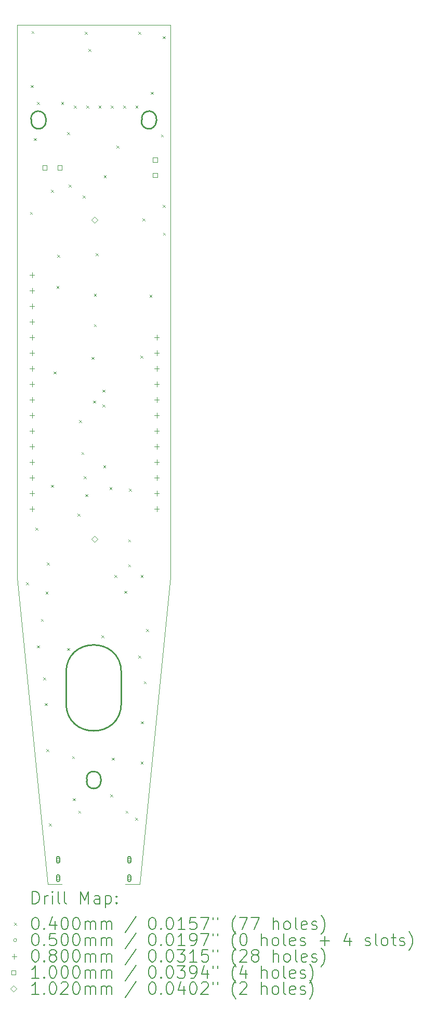
<source format=gbr>
%TF.GenerationSoftware,KiCad,Pcbnew,(6.0.8-1)-1*%
%TF.CreationDate,2022-11-29T20:43:37+01:00*%
%TF.ProjectId,ControllerBoard,436f6e74-726f-46c6-9c65-72426f617264,rev?*%
%TF.SameCoordinates,Original*%
%TF.FileFunction,Drillmap*%
%TF.FilePolarity,Positive*%
%FSLAX45Y45*%
G04 Gerber Fmt 4.5, Leading zero omitted, Abs format (unit mm)*
G04 Created by KiCad (PCBNEW (6.0.8-1)-1) date 2022-11-29 20:43:37*
%MOMM*%
%LPD*%
G01*
G04 APERTURE LIST*
%ADD10C,0.250000*%
%ADD11C,0.100000*%
%ADD12C,0.200000*%
%ADD13C,0.040000*%
%ADD14C,0.050000*%
%ADD15C,0.080000*%
%ADD16C,0.102000*%
G04 APERTURE END LIST*
D10*
X10950000Y-15825000D02*
G75*
G03*
X11180000Y-15825000I115000J0D01*
G01*
X11180000Y-15775000D02*
G75*
G03*
X10950000Y-15775000I-115000J0D01*
G01*
X11843332Y-5064901D02*
G75*
G03*
X12082496Y-5084924I119582J-10012D01*
G01*
X12086668Y-5035099D02*
G75*
G03*
X11847504Y-5015076I-119582J10012D01*
G01*
X10047505Y-5084924D02*
G75*
G03*
X10286667Y-5064901I119582J10011D01*
G01*
X10282496Y-5015076D02*
G75*
G03*
X10043333Y-5035099I-119582J-10011D01*
G01*
X10615000Y-14550000D02*
G75*
G03*
X11515000Y-14550000I450000J0D01*
G01*
X11515000Y-14050000D02*
G75*
G03*
X10615000Y-14050000I-450000J0D01*
G01*
X10950000Y-15775000D02*
X10950000Y-15825000D01*
X11180000Y-15775000D02*
X11180000Y-15825000D01*
X11847504Y-5015076D02*
X11843333Y-5064901D01*
X12086667Y-5035099D02*
X12082496Y-5084924D01*
X10043333Y-5035099D02*
X10047504Y-5084924D01*
X10282496Y-5015076D02*
X10286667Y-5064901D01*
X10615000Y-14050000D02*
X10615000Y-14550000D01*
X11515000Y-14050000D02*
X11515000Y-14550000D01*
D11*
X11580000Y-17500000D02*
X11815000Y-17500000D01*
X10315000Y-17500000D02*
X9815000Y-12500000D01*
X12315000Y-12500000D02*
X12315000Y-3500000D01*
X9815000Y-12500000D02*
X9815000Y-3500000D01*
X10550000Y-17500000D02*
X10315000Y-17500000D01*
X12315000Y-12500000D02*
X11815000Y-17500000D01*
X12315000Y-3500000D02*
X9815000Y-3500000D01*
D12*
D13*
X9962200Y-12578400D02*
X10002200Y-12618400D01*
X10002200Y-12578400D02*
X9962200Y-12618400D01*
X10025700Y-6545900D02*
X10065700Y-6585900D01*
X10065700Y-6545900D02*
X10025700Y-6585900D01*
X10040000Y-4480000D02*
X10080000Y-4520000D01*
X10080000Y-4480000D02*
X10040000Y-4520000D01*
X10051100Y-3599500D02*
X10091100Y-3639500D01*
X10091100Y-3599500D02*
X10051100Y-3639500D01*
X10090000Y-5345000D02*
X10130000Y-5385000D01*
X10130000Y-5345000D02*
X10090000Y-5385000D01*
X10114600Y-11689400D02*
X10154600Y-11729400D01*
X10154600Y-11689400D02*
X10114600Y-11729400D01*
X10140000Y-4755000D02*
X10180000Y-4795000D01*
X10180000Y-4755000D02*
X10140000Y-4795000D01*
X10140000Y-13607100D02*
X10180000Y-13647100D01*
X10180000Y-13607100D02*
X10140000Y-13647100D01*
X10203500Y-13175300D02*
X10243500Y-13215300D01*
X10243500Y-13175300D02*
X10203500Y-13215300D01*
X10241600Y-14127800D02*
X10281600Y-14167800D01*
X10281600Y-14127800D02*
X10241600Y-14167800D01*
X10267000Y-14546900D02*
X10307000Y-14586900D01*
X10307000Y-14546900D02*
X10267000Y-14586900D01*
X10279700Y-12730800D02*
X10319700Y-12770800D01*
X10319700Y-12730800D02*
X10279700Y-12770800D01*
X10292400Y-15296200D02*
X10332400Y-15336200D01*
X10332400Y-15296200D02*
X10292400Y-15336200D01*
X10300000Y-12255000D02*
X10340000Y-12295000D01*
X10340000Y-12255000D02*
X10300000Y-12295000D01*
X10335000Y-16510000D02*
X10375000Y-16550000D01*
X10375000Y-16510000D02*
X10335000Y-16550000D01*
X10368600Y-10990900D02*
X10408600Y-11030900D01*
X10408600Y-10990900D02*
X10368600Y-11030900D01*
X10370000Y-6185000D02*
X10410000Y-6225000D01*
X10410000Y-6185000D02*
X10370000Y-6225000D01*
X10410000Y-9145000D02*
X10450000Y-9185000D01*
X10450000Y-9145000D02*
X10410000Y-9185000D01*
X10457500Y-7752400D02*
X10497500Y-7792400D01*
X10497500Y-7752400D02*
X10457500Y-7792400D01*
X10470200Y-7244400D02*
X10510200Y-7284400D01*
X10510200Y-7244400D02*
X10470200Y-7284400D01*
X10533700Y-4755200D02*
X10573700Y-4795200D01*
X10573700Y-4755200D02*
X10533700Y-4795200D01*
X10630000Y-13650000D02*
X10670000Y-13690000D01*
X10670000Y-13650000D02*
X10630000Y-13690000D01*
X10635000Y-5245000D02*
X10675000Y-5285000D01*
X10675000Y-5245000D02*
X10635000Y-5285000D01*
X10655000Y-6105000D02*
X10695000Y-6145000D01*
X10695000Y-6105000D02*
X10655000Y-6145000D01*
X10711500Y-15410500D02*
X10751500Y-15450500D01*
X10751500Y-15410500D02*
X10711500Y-15450500D01*
X10724200Y-16096300D02*
X10764200Y-16136300D01*
X10764200Y-16096300D02*
X10724200Y-16136300D01*
X10745000Y-4815250D02*
X10785000Y-4855250D01*
X10785000Y-4815250D02*
X10745000Y-4855250D01*
X10800400Y-11460800D02*
X10840400Y-11500800D01*
X10840400Y-11460800D02*
X10800400Y-11500800D01*
X10815000Y-16300000D02*
X10855000Y-16340000D01*
X10855000Y-16300000D02*
X10815000Y-16340000D01*
X10825800Y-9936800D02*
X10865800Y-9976800D01*
X10865800Y-9936800D02*
X10825800Y-9976800D01*
X10863900Y-10457500D02*
X10903900Y-10497500D01*
X10903900Y-10457500D02*
X10863900Y-10497500D01*
X10885000Y-6280000D02*
X10925000Y-6320000D01*
X10925000Y-6280000D02*
X10885000Y-6320000D01*
X10902000Y-10851200D02*
X10942000Y-10891200D01*
X10942000Y-10851200D02*
X10902000Y-10891200D01*
X10920000Y-3615000D02*
X10960000Y-3655000D01*
X10960000Y-3615000D02*
X10920000Y-3655000D01*
X10927400Y-11143300D02*
X10967400Y-11183300D01*
X10967400Y-11143300D02*
X10927400Y-11183300D01*
X10945000Y-4815250D02*
X10985000Y-4855250D01*
X10985000Y-4815250D02*
X10945000Y-4855250D01*
X10980000Y-3895000D02*
X11020000Y-3935000D01*
X11020000Y-3895000D02*
X10980000Y-3935000D01*
X11029000Y-8908100D02*
X11069000Y-8948100D01*
X11069000Y-8908100D02*
X11029000Y-8948100D01*
X11054400Y-9619300D02*
X11094400Y-9659300D01*
X11094400Y-9619300D02*
X11054400Y-9659300D01*
X11067100Y-7879400D02*
X11107100Y-7919400D01*
X11107100Y-7879400D02*
X11067100Y-7919400D01*
X11067100Y-8374700D02*
X11107100Y-8414700D01*
X11107100Y-8374700D02*
X11067100Y-8414700D01*
X11095000Y-7220000D02*
X11135000Y-7260000D01*
X11135000Y-7220000D02*
X11095000Y-7260000D01*
X11145000Y-4815250D02*
X11185000Y-4855250D01*
X11185000Y-4815250D02*
X11145000Y-4855250D01*
X11190000Y-13445000D02*
X11230000Y-13485000D01*
X11230000Y-13445000D02*
X11190000Y-13485000D01*
X11206800Y-9441500D02*
X11246800Y-9481500D01*
X11246800Y-9441500D02*
X11206800Y-9481500D01*
X11206800Y-9682800D02*
X11246800Y-9722800D01*
X11246800Y-9682800D02*
X11206800Y-9722800D01*
X11219500Y-10673400D02*
X11259500Y-10713400D01*
X11259500Y-10673400D02*
X11219500Y-10713400D01*
X11230000Y-5950000D02*
X11270000Y-5990000D01*
X11270000Y-5950000D02*
X11230000Y-5990000D01*
X11321100Y-11029000D02*
X11361100Y-11069000D01*
X11361100Y-11029000D02*
X11321100Y-11069000D01*
X11333800Y-16032800D02*
X11373800Y-16072800D01*
X11373800Y-16032800D02*
X11333800Y-16072800D01*
X11345000Y-4815250D02*
X11385000Y-4855250D01*
X11385000Y-4815250D02*
X11345000Y-4855250D01*
X11359200Y-15435900D02*
X11399200Y-15475900D01*
X11399200Y-15435900D02*
X11359200Y-15475900D01*
X11405000Y-12460000D02*
X11445000Y-12500000D01*
X11445000Y-12460000D02*
X11405000Y-12500000D01*
X11435000Y-5465000D02*
X11475000Y-5505000D01*
X11475000Y-5465000D02*
X11435000Y-5505000D01*
X11545000Y-4815250D02*
X11585000Y-4855250D01*
X11585000Y-4815250D02*
X11545000Y-4855250D01*
X11565000Y-12720000D02*
X11605000Y-12760000D01*
X11605000Y-12720000D02*
X11565000Y-12760000D01*
X11585000Y-16300000D02*
X11625000Y-16340000D01*
X11625000Y-16300000D02*
X11585000Y-16340000D01*
X11625900Y-11879900D02*
X11665900Y-11919900D01*
X11665900Y-11879900D02*
X11625900Y-11919900D01*
X11625900Y-12286300D02*
X11665900Y-12326300D01*
X11665900Y-12286300D02*
X11625900Y-12326300D01*
X11638600Y-11054400D02*
X11678600Y-11094400D01*
X11678600Y-11054400D02*
X11638600Y-11094400D01*
X11740200Y-16413800D02*
X11780200Y-16453800D01*
X11780200Y-16413800D02*
X11740200Y-16453800D01*
X11745000Y-4815250D02*
X11785000Y-4855250D01*
X11785000Y-4815250D02*
X11745000Y-4855250D01*
X11791000Y-13772200D02*
X11831000Y-13812200D01*
X11831000Y-13772200D02*
X11791000Y-13812200D01*
X11795000Y-3615000D02*
X11835000Y-3655000D01*
X11835000Y-3615000D02*
X11795000Y-3655000D01*
X11825000Y-8885000D02*
X11865000Y-8925000D01*
X11865000Y-8885000D02*
X11825000Y-8925000D01*
X11829100Y-15499400D02*
X11869100Y-15539400D01*
X11869100Y-15499400D02*
X11829100Y-15539400D01*
X11830000Y-12460000D02*
X11870000Y-12500000D01*
X11870000Y-12460000D02*
X11830000Y-12500000D01*
X11835000Y-14845000D02*
X11875000Y-14885000D01*
X11875000Y-14845000D02*
X11835000Y-14885000D01*
X11860000Y-6655000D02*
X11900000Y-6695000D01*
X11900000Y-6655000D02*
X11860000Y-6695000D01*
X11879900Y-14191300D02*
X11919900Y-14231300D01*
X11919900Y-14191300D02*
X11879900Y-14231300D01*
X11918000Y-13340400D02*
X11958000Y-13380400D01*
X11958000Y-13340400D02*
X11918000Y-13380400D01*
X11975000Y-7900000D02*
X12015000Y-7940000D01*
X12015000Y-7900000D02*
X11975000Y-7940000D01*
X11994200Y-4590100D02*
X12034200Y-4630100D01*
X12034200Y-4590100D02*
X11994200Y-4630100D01*
X12160000Y-5285000D02*
X12200000Y-5325000D01*
X12200000Y-5285000D02*
X12160000Y-5325000D01*
X12190000Y-3685000D02*
X12230000Y-3725000D01*
X12230000Y-3685000D02*
X12190000Y-3725000D01*
X12190000Y-6430000D02*
X12230000Y-6470000D01*
X12230000Y-6430000D02*
X12190000Y-6470000D01*
X12195000Y-6885000D02*
X12235000Y-6925000D01*
X12235000Y-6885000D02*
X12195000Y-6925000D01*
D14*
X10510000Y-17100000D02*
G75*
G03*
X10510000Y-17100000I-25000J0D01*
G01*
D12*
X10460000Y-17070000D02*
X10460000Y-17130000D01*
X10510000Y-17070000D02*
X10510000Y-17130000D01*
X10460000Y-17130000D02*
G75*
G03*
X10510000Y-17130000I25000J0D01*
G01*
X10510000Y-17070000D02*
G75*
G03*
X10460000Y-17070000I-25000J0D01*
G01*
D14*
X10510000Y-17400000D02*
G75*
G03*
X10510000Y-17400000I-25000J0D01*
G01*
D12*
X10460000Y-17370000D02*
X10460000Y-17430000D01*
X10510000Y-17370000D02*
X10510000Y-17430000D01*
X10460000Y-17430000D02*
G75*
G03*
X10510000Y-17430000I25000J0D01*
G01*
X10510000Y-17370000D02*
G75*
G03*
X10460000Y-17370000I-25000J0D01*
G01*
D14*
X11670000Y-17100000D02*
G75*
G03*
X11670000Y-17100000I-25000J0D01*
G01*
D12*
X11620000Y-17070000D02*
X11620000Y-17130000D01*
X11670000Y-17070000D02*
X11670000Y-17130000D01*
X11620000Y-17130000D02*
G75*
G03*
X11670000Y-17130000I25000J0D01*
G01*
X11670000Y-17070000D02*
G75*
G03*
X11620000Y-17070000I-25000J0D01*
G01*
D14*
X11670000Y-17400000D02*
G75*
G03*
X11670000Y-17400000I-25000J0D01*
G01*
D12*
X11620000Y-17370000D02*
X11620000Y-17430000D01*
X11670000Y-17370000D02*
X11670000Y-17430000D01*
X11620000Y-17430000D02*
G75*
G03*
X11670000Y-17430000I25000J0D01*
G01*
X11670000Y-17370000D02*
G75*
G03*
X11620000Y-17370000I-25000J0D01*
G01*
D15*
X10059750Y-7535000D02*
X10059750Y-7615000D01*
X10019750Y-7575000D02*
X10099750Y-7575000D01*
X10059750Y-7789000D02*
X10059750Y-7869000D01*
X10019750Y-7829000D02*
X10099750Y-7829000D01*
X10059750Y-8043000D02*
X10059750Y-8123000D01*
X10019750Y-8083000D02*
X10099750Y-8083000D01*
X10059750Y-8297000D02*
X10059750Y-8377000D01*
X10019750Y-8337000D02*
X10099750Y-8337000D01*
X10059750Y-8551000D02*
X10059750Y-8631000D01*
X10019750Y-8591000D02*
X10099750Y-8591000D01*
X10059750Y-8805000D02*
X10059750Y-8885000D01*
X10019750Y-8845000D02*
X10099750Y-8845000D01*
X10059750Y-9059000D02*
X10059750Y-9139000D01*
X10019750Y-9099000D02*
X10099750Y-9099000D01*
X10059750Y-9313000D02*
X10059750Y-9393000D01*
X10019750Y-9353000D02*
X10099750Y-9353000D01*
X10059750Y-9567000D02*
X10059750Y-9647000D01*
X10019750Y-9607000D02*
X10099750Y-9607000D01*
X10059750Y-9821000D02*
X10059750Y-9901000D01*
X10019750Y-9861000D02*
X10099750Y-9861000D01*
X10059750Y-10075000D02*
X10059750Y-10155000D01*
X10019750Y-10115000D02*
X10099750Y-10115000D01*
X10059750Y-10329000D02*
X10059750Y-10409000D01*
X10019750Y-10369000D02*
X10099750Y-10369000D01*
X10059750Y-10583000D02*
X10059750Y-10663000D01*
X10019750Y-10623000D02*
X10099750Y-10623000D01*
X10059750Y-10837000D02*
X10059750Y-10917000D01*
X10019750Y-10877000D02*
X10099750Y-10877000D01*
X10059750Y-11091000D02*
X10059750Y-11171000D01*
X10019750Y-11131000D02*
X10099750Y-11131000D01*
X10059750Y-11345000D02*
X10059750Y-11425000D01*
X10019750Y-11385000D02*
X10099750Y-11385000D01*
X12091750Y-8551000D02*
X12091750Y-8631000D01*
X12051750Y-8591000D02*
X12131750Y-8591000D01*
X12091750Y-8805000D02*
X12091750Y-8885000D01*
X12051750Y-8845000D02*
X12131750Y-8845000D01*
X12091750Y-9059000D02*
X12091750Y-9139000D01*
X12051750Y-9099000D02*
X12131750Y-9099000D01*
X12091750Y-9313000D02*
X12091750Y-9393000D01*
X12051750Y-9353000D02*
X12131750Y-9353000D01*
X12091750Y-9567000D02*
X12091750Y-9647000D01*
X12051750Y-9607000D02*
X12131750Y-9607000D01*
X12091750Y-9821000D02*
X12091750Y-9901000D01*
X12051750Y-9861000D02*
X12131750Y-9861000D01*
X12091750Y-10075000D02*
X12091750Y-10155000D01*
X12051750Y-10115000D02*
X12131750Y-10115000D01*
X12091750Y-10329000D02*
X12091750Y-10409000D01*
X12051750Y-10369000D02*
X12131750Y-10369000D01*
X12091750Y-10583000D02*
X12091750Y-10663000D01*
X12051750Y-10623000D02*
X12131750Y-10623000D01*
X12091750Y-10837000D02*
X12091750Y-10917000D01*
X12051750Y-10877000D02*
X12131750Y-10877000D01*
X12091750Y-11091000D02*
X12091750Y-11171000D01*
X12051750Y-11131000D02*
X12131750Y-11131000D01*
X12091750Y-11345000D02*
X12091750Y-11425000D01*
X12051750Y-11385000D02*
X12131750Y-11385000D01*
D11*
X10300356Y-5860356D02*
X10300356Y-5789644D01*
X10229644Y-5789644D01*
X10229644Y-5860356D01*
X10300356Y-5860356D01*
X10550356Y-5860356D02*
X10550356Y-5789644D01*
X10479644Y-5789644D01*
X10479644Y-5860356D01*
X10550356Y-5860356D01*
X12100356Y-5735356D02*
X12100356Y-5664644D01*
X12029644Y-5664644D01*
X12029644Y-5735356D01*
X12100356Y-5735356D01*
X12100356Y-5985356D02*
X12100356Y-5914644D01*
X12029644Y-5914644D01*
X12029644Y-5985356D01*
X12100356Y-5985356D01*
D16*
X11080000Y-6726000D02*
X11131000Y-6675000D01*
X11080000Y-6624000D01*
X11029000Y-6675000D01*
X11080000Y-6726000D01*
X11080000Y-11925000D02*
X11131000Y-11874000D01*
X11080000Y-11823000D01*
X11029000Y-11874000D01*
X11080000Y-11925000D01*
D12*
X10067619Y-17815476D02*
X10067619Y-17615476D01*
X10115238Y-17615476D01*
X10143810Y-17625000D01*
X10162857Y-17644048D01*
X10172381Y-17663095D01*
X10181905Y-17701190D01*
X10181905Y-17729762D01*
X10172381Y-17767857D01*
X10162857Y-17786905D01*
X10143810Y-17805952D01*
X10115238Y-17815476D01*
X10067619Y-17815476D01*
X10267619Y-17815476D02*
X10267619Y-17682143D01*
X10267619Y-17720238D02*
X10277143Y-17701190D01*
X10286667Y-17691667D01*
X10305714Y-17682143D01*
X10324762Y-17682143D01*
X10391429Y-17815476D02*
X10391429Y-17682143D01*
X10391429Y-17615476D02*
X10381905Y-17625000D01*
X10391429Y-17634524D01*
X10400952Y-17625000D01*
X10391429Y-17615476D01*
X10391429Y-17634524D01*
X10515238Y-17815476D02*
X10496190Y-17805952D01*
X10486667Y-17786905D01*
X10486667Y-17615476D01*
X10620000Y-17815476D02*
X10600952Y-17805952D01*
X10591429Y-17786905D01*
X10591429Y-17615476D01*
X10848571Y-17815476D02*
X10848571Y-17615476D01*
X10915238Y-17758333D01*
X10981905Y-17615476D01*
X10981905Y-17815476D01*
X11162857Y-17815476D02*
X11162857Y-17710714D01*
X11153333Y-17691667D01*
X11134286Y-17682143D01*
X11096190Y-17682143D01*
X11077143Y-17691667D01*
X11162857Y-17805952D02*
X11143810Y-17815476D01*
X11096190Y-17815476D01*
X11077143Y-17805952D01*
X11067619Y-17786905D01*
X11067619Y-17767857D01*
X11077143Y-17748810D01*
X11096190Y-17739286D01*
X11143810Y-17739286D01*
X11162857Y-17729762D01*
X11258095Y-17682143D02*
X11258095Y-17882143D01*
X11258095Y-17691667D02*
X11277143Y-17682143D01*
X11315238Y-17682143D01*
X11334286Y-17691667D01*
X11343809Y-17701190D01*
X11353333Y-17720238D01*
X11353333Y-17777381D01*
X11343809Y-17796429D01*
X11334286Y-17805952D01*
X11315238Y-17815476D01*
X11277143Y-17815476D01*
X11258095Y-17805952D01*
X11439048Y-17796429D02*
X11448571Y-17805952D01*
X11439048Y-17815476D01*
X11429524Y-17805952D01*
X11439048Y-17796429D01*
X11439048Y-17815476D01*
X11439048Y-17691667D02*
X11448571Y-17701190D01*
X11439048Y-17710714D01*
X11429524Y-17701190D01*
X11439048Y-17691667D01*
X11439048Y-17710714D01*
D13*
X9770000Y-18125000D02*
X9810000Y-18165000D01*
X9810000Y-18125000D02*
X9770000Y-18165000D01*
D12*
X10105714Y-18035476D02*
X10124762Y-18035476D01*
X10143810Y-18045000D01*
X10153333Y-18054524D01*
X10162857Y-18073571D01*
X10172381Y-18111667D01*
X10172381Y-18159286D01*
X10162857Y-18197381D01*
X10153333Y-18216429D01*
X10143810Y-18225952D01*
X10124762Y-18235476D01*
X10105714Y-18235476D01*
X10086667Y-18225952D01*
X10077143Y-18216429D01*
X10067619Y-18197381D01*
X10058095Y-18159286D01*
X10058095Y-18111667D01*
X10067619Y-18073571D01*
X10077143Y-18054524D01*
X10086667Y-18045000D01*
X10105714Y-18035476D01*
X10258095Y-18216429D02*
X10267619Y-18225952D01*
X10258095Y-18235476D01*
X10248571Y-18225952D01*
X10258095Y-18216429D01*
X10258095Y-18235476D01*
X10439048Y-18102143D02*
X10439048Y-18235476D01*
X10391429Y-18025952D02*
X10343810Y-18168810D01*
X10467619Y-18168810D01*
X10581905Y-18035476D02*
X10600952Y-18035476D01*
X10620000Y-18045000D01*
X10629524Y-18054524D01*
X10639048Y-18073571D01*
X10648571Y-18111667D01*
X10648571Y-18159286D01*
X10639048Y-18197381D01*
X10629524Y-18216429D01*
X10620000Y-18225952D01*
X10600952Y-18235476D01*
X10581905Y-18235476D01*
X10562857Y-18225952D01*
X10553333Y-18216429D01*
X10543810Y-18197381D01*
X10534286Y-18159286D01*
X10534286Y-18111667D01*
X10543810Y-18073571D01*
X10553333Y-18054524D01*
X10562857Y-18045000D01*
X10581905Y-18035476D01*
X10772381Y-18035476D02*
X10791429Y-18035476D01*
X10810476Y-18045000D01*
X10820000Y-18054524D01*
X10829524Y-18073571D01*
X10839048Y-18111667D01*
X10839048Y-18159286D01*
X10829524Y-18197381D01*
X10820000Y-18216429D01*
X10810476Y-18225952D01*
X10791429Y-18235476D01*
X10772381Y-18235476D01*
X10753333Y-18225952D01*
X10743810Y-18216429D01*
X10734286Y-18197381D01*
X10724762Y-18159286D01*
X10724762Y-18111667D01*
X10734286Y-18073571D01*
X10743810Y-18054524D01*
X10753333Y-18045000D01*
X10772381Y-18035476D01*
X10924762Y-18235476D02*
X10924762Y-18102143D01*
X10924762Y-18121190D02*
X10934286Y-18111667D01*
X10953333Y-18102143D01*
X10981905Y-18102143D01*
X11000952Y-18111667D01*
X11010476Y-18130714D01*
X11010476Y-18235476D01*
X11010476Y-18130714D02*
X11020000Y-18111667D01*
X11039048Y-18102143D01*
X11067619Y-18102143D01*
X11086667Y-18111667D01*
X11096190Y-18130714D01*
X11096190Y-18235476D01*
X11191428Y-18235476D02*
X11191428Y-18102143D01*
X11191428Y-18121190D02*
X11200952Y-18111667D01*
X11220000Y-18102143D01*
X11248571Y-18102143D01*
X11267619Y-18111667D01*
X11277143Y-18130714D01*
X11277143Y-18235476D01*
X11277143Y-18130714D02*
X11286667Y-18111667D01*
X11305714Y-18102143D01*
X11334286Y-18102143D01*
X11353333Y-18111667D01*
X11362857Y-18130714D01*
X11362857Y-18235476D01*
X11753333Y-18025952D02*
X11581905Y-18283095D01*
X12010476Y-18035476D02*
X12029524Y-18035476D01*
X12048571Y-18045000D01*
X12058095Y-18054524D01*
X12067619Y-18073571D01*
X12077143Y-18111667D01*
X12077143Y-18159286D01*
X12067619Y-18197381D01*
X12058095Y-18216429D01*
X12048571Y-18225952D01*
X12029524Y-18235476D01*
X12010476Y-18235476D01*
X11991428Y-18225952D01*
X11981905Y-18216429D01*
X11972381Y-18197381D01*
X11962857Y-18159286D01*
X11962857Y-18111667D01*
X11972381Y-18073571D01*
X11981905Y-18054524D01*
X11991428Y-18045000D01*
X12010476Y-18035476D01*
X12162857Y-18216429D02*
X12172381Y-18225952D01*
X12162857Y-18235476D01*
X12153333Y-18225952D01*
X12162857Y-18216429D01*
X12162857Y-18235476D01*
X12296190Y-18035476D02*
X12315238Y-18035476D01*
X12334286Y-18045000D01*
X12343809Y-18054524D01*
X12353333Y-18073571D01*
X12362857Y-18111667D01*
X12362857Y-18159286D01*
X12353333Y-18197381D01*
X12343809Y-18216429D01*
X12334286Y-18225952D01*
X12315238Y-18235476D01*
X12296190Y-18235476D01*
X12277143Y-18225952D01*
X12267619Y-18216429D01*
X12258095Y-18197381D01*
X12248571Y-18159286D01*
X12248571Y-18111667D01*
X12258095Y-18073571D01*
X12267619Y-18054524D01*
X12277143Y-18045000D01*
X12296190Y-18035476D01*
X12553333Y-18235476D02*
X12439048Y-18235476D01*
X12496190Y-18235476D02*
X12496190Y-18035476D01*
X12477143Y-18064048D01*
X12458095Y-18083095D01*
X12439048Y-18092619D01*
X12734286Y-18035476D02*
X12639048Y-18035476D01*
X12629524Y-18130714D01*
X12639048Y-18121190D01*
X12658095Y-18111667D01*
X12705714Y-18111667D01*
X12724762Y-18121190D01*
X12734286Y-18130714D01*
X12743809Y-18149762D01*
X12743809Y-18197381D01*
X12734286Y-18216429D01*
X12724762Y-18225952D01*
X12705714Y-18235476D01*
X12658095Y-18235476D01*
X12639048Y-18225952D01*
X12629524Y-18216429D01*
X12810476Y-18035476D02*
X12943809Y-18035476D01*
X12858095Y-18235476D01*
X13010476Y-18035476D02*
X13010476Y-18073571D01*
X13086667Y-18035476D02*
X13086667Y-18073571D01*
X13381905Y-18311667D02*
X13372381Y-18302143D01*
X13353333Y-18273571D01*
X13343809Y-18254524D01*
X13334286Y-18225952D01*
X13324762Y-18178333D01*
X13324762Y-18140238D01*
X13334286Y-18092619D01*
X13343809Y-18064048D01*
X13353333Y-18045000D01*
X13372381Y-18016429D01*
X13381905Y-18006905D01*
X13439048Y-18035476D02*
X13572381Y-18035476D01*
X13486667Y-18235476D01*
X13629524Y-18035476D02*
X13762857Y-18035476D01*
X13677143Y-18235476D01*
X13991428Y-18235476D02*
X13991428Y-18035476D01*
X14077143Y-18235476D02*
X14077143Y-18130714D01*
X14067619Y-18111667D01*
X14048571Y-18102143D01*
X14020000Y-18102143D01*
X14000952Y-18111667D01*
X13991428Y-18121190D01*
X14200952Y-18235476D02*
X14181905Y-18225952D01*
X14172381Y-18216429D01*
X14162857Y-18197381D01*
X14162857Y-18140238D01*
X14172381Y-18121190D01*
X14181905Y-18111667D01*
X14200952Y-18102143D01*
X14229524Y-18102143D01*
X14248571Y-18111667D01*
X14258095Y-18121190D01*
X14267619Y-18140238D01*
X14267619Y-18197381D01*
X14258095Y-18216429D01*
X14248571Y-18225952D01*
X14229524Y-18235476D01*
X14200952Y-18235476D01*
X14381905Y-18235476D02*
X14362857Y-18225952D01*
X14353333Y-18206905D01*
X14353333Y-18035476D01*
X14534286Y-18225952D02*
X14515238Y-18235476D01*
X14477143Y-18235476D01*
X14458095Y-18225952D01*
X14448571Y-18206905D01*
X14448571Y-18130714D01*
X14458095Y-18111667D01*
X14477143Y-18102143D01*
X14515238Y-18102143D01*
X14534286Y-18111667D01*
X14543809Y-18130714D01*
X14543809Y-18149762D01*
X14448571Y-18168810D01*
X14620000Y-18225952D02*
X14639048Y-18235476D01*
X14677143Y-18235476D01*
X14696190Y-18225952D01*
X14705714Y-18206905D01*
X14705714Y-18197381D01*
X14696190Y-18178333D01*
X14677143Y-18168810D01*
X14648571Y-18168810D01*
X14629524Y-18159286D01*
X14620000Y-18140238D01*
X14620000Y-18130714D01*
X14629524Y-18111667D01*
X14648571Y-18102143D01*
X14677143Y-18102143D01*
X14696190Y-18111667D01*
X14772381Y-18311667D02*
X14781905Y-18302143D01*
X14800952Y-18273571D01*
X14810476Y-18254524D01*
X14820000Y-18225952D01*
X14829524Y-18178333D01*
X14829524Y-18140238D01*
X14820000Y-18092619D01*
X14810476Y-18064048D01*
X14800952Y-18045000D01*
X14781905Y-18016429D01*
X14772381Y-18006905D01*
D14*
X9810000Y-18409000D02*
G75*
G03*
X9810000Y-18409000I-25000J0D01*
G01*
D12*
X10105714Y-18299476D02*
X10124762Y-18299476D01*
X10143810Y-18309000D01*
X10153333Y-18318524D01*
X10162857Y-18337571D01*
X10172381Y-18375667D01*
X10172381Y-18423286D01*
X10162857Y-18461381D01*
X10153333Y-18480429D01*
X10143810Y-18489952D01*
X10124762Y-18499476D01*
X10105714Y-18499476D01*
X10086667Y-18489952D01*
X10077143Y-18480429D01*
X10067619Y-18461381D01*
X10058095Y-18423286D01*
X10058095Y-18375667D01*
X10067619Y-18337571D01*
X10077143Y-18318524D01*
X10086667Y-18309000D01*
X10105714Y-18299476D01*
X10258095Y-18480429D02*
X10267619Y-18489952D01*
X10258095Y-18499476D01*
X10248571Y-18489952D01*
X10258095Y-18480429D01*
X10258095Y-18499476D01*
X10448571Y-18299476D02*
X10353333Y-18299476D01*
X10343810Y-18394714D01*
X10353333Y-18385190D01*
X10372381Y-18375667D01*
X10420000Y-18375667D01*
X10439048Y-18385190D01*
X10448571Y-18394714D01*
X10458095Y-18413762D01*
X10458095Y-18461381D01*
X10448571Y-18480429D01*
X10439048Y-18489952D01*
X10420000Y-18499476D01*
X10372381Y-18499476D01*
X10353333Y-18489952D01*
X10343810Y-18480429D01*
X10581905Y-18299476D02*
X10600952Y-18299476D01*
X10620000Y-18309000D01*
X10629524Y-18318524D01*
X10639048Y-18337571D01*
X10648571Y-18375667D01*
X10648571Y-18423286D01*
X10639048Y-18461381D01*
X10629524Y-18480429D01*
X10620000Y-18489952D01*
X10600952Y-18499476D01*
X10581905Y-18499476D01*
X10562857Y-18489952D01*
X10553333Y-18480429D01*
X10543810Y-18461381D01*
X10534286Y-18423286D01*
X10534286Y-18375667D01*
X10543810Y-18337571D01*
X10553333Y-18318524D01*
X10562857Y-18309000D01*
X10581905Y-18299476D01*
X10772381Y-18299476D02*
X10791429Y-18299476D01*
X10810476Y-18309000D01*
X10820000Y-18318524D01*
X10829524Y-18337571D01*
X10839048Y-18375667D01*
X10839048Y-18423286D01*
X10829524Y-18461381D01*
X10820000Y-18480429D01*
X10810476Y-18489952D01*
X10791429Y-18499476D01*
X10772381Y-18499476D01*
X10753333Y-18489952D01*
X10743810Y-18480429D01*
X10734286Y-18461381D01*
X10724762Y-18423286D01*
X10724762Y-18375667D01*
X10734286Y-18337571D01*
X10743810Y-18318524D01*
X10753333Y-18309000D01*
X10772381Y-18299476D01*
X10924762Y-18499476D02*
X10924762Y-18366143D01*
X10924762Y-18385190D02*
X10934286Y-18375667D01*
X10953333Y-18366143D01*
X10981905Y-18366143D01*
X11000952Y-18375667D01*
X11010476Y-18394714D01*
X11010476Y-18499476D01*
X11010476Y-18394714D02*
X11020000Y-18375667D01*
X11039048Y-18366143D01*
X11067619Y-18366143D01*
X11086667Y-18375667D01*
X11096190Y-18394714D01*
X11096190Y-18499476D01*
X11191428Y-18499476D02*
X11191428Y-18366143D01*
X11191428Y-18385190D02*
X11200952Y-18375667D01*
X11220000Y-18366143D01*
X11248571Y-18366143D01*
X11267619Y-18375667D01*
X11277143Y-18394714D01*
X11277143Y-18499476D01*
X11277143Y-18394714D02*
X11286667Y-18375667D01*
X11305714Y-18366143D01*
X11334286Y-18366143D01*
X11353333Y-18375667D01*
X11362857Y-18394714D01*
X11362857Y-18499476D01*
X11753333Y-18289952D02*
X11581905Y-18547095D01*
X12010476Y-18299476D02*
X12029524Y-18299476D01*
X12048571Y-18309000D01*
X12058095Y-18318524D01*
X12067619Y-18337571D01*
X12077143Y-18375667D01*
X12077143Y-18423286D01*
X12067619Y-18461381D01*
X12058095Y-18480429D01*
X12048571Y-18489952D01*
X12029524Y-18499476D01*
X12010476Y-18499476D01*
X11991428Y-18489952D01*
X11981905Y-18480429D01*
X11972381Y-18461381D01*
X11962857Y-18423286D01*
X11962857Y-18375667D01*
X11972381Y-18337571D01*
X11981905Y-18318524D01*
X11991428Y-18309000D01*
X12010476Y-18299476D01*
X12162857Y-18480429D02*
X12172381Y-18489952D01*
X12162857Y-18499476D01*
X12153333Y-18489952D01*
X12162857Y-18480429D01*
X12162857Y-18499476D01*
X12296190Y-18299476D02*
X12315238Y-18299476D01*
X12334286Y-18309000D01*
X12343809Y-18318524D01*
X12353333Y-18337571D01*
X12362857Y-18375667D01*
X12362857Y-18423286D01*
X12353333Y-18461381D01*
X12343809Y-18480429D01*
X12334286Y-18489952D01*
X12315238Y-18499476D01*
X12296190Y-18499476D01*
X12277143Y-18489952D01*
X12267619Y-18480429D01*
X12258095Y-18461381D01*
X12248571Y-18423286D01*
X12248571Y-18375667D01*
X12258095Y-18337571D01*
X12267619Y-18318524D01*
X12277143Y-18309000D01*
X12296190Y-18299476D01*
X12553333Y-18499476D02*
X12439048Y-18499476D01*
X12496190Y-18499476D02*
X12496190Y-18299476D01*
X12477143Y-18328048D01*
X12458095Y-18347095D01*
X12439048Y-18356619D01*
X12648571Y-18499476D02*
X12686667Y-18499476D01*
X12705714Y-18489952D01*
X12715238Y-18480429D01*
X12734286Y-18451857D01*
X12743809Y-18413762D01*
X12743809Y-18337571D01*
X12734286Y-18318524D01*
X12724762Y-18309000D01*
X12705714Y-18299476D01*
X12667619Y-18299476D01*
X12648571Y-18309000D01*
X12639048Y-18318524D01*
X12629524Y-18337571D01*
X12629524Y-18385190D01*
X12639048Y-18404238D01*
X12648571Y-18413762D01*
X12667619Y-18423286D01*
X12705714Y-18423286D01*
X12724762Y-18413762D01*
X12734286Y-18404238D01*
X12743809Y-18385190D01*
X12810476Y-18299476D02*
X12943809Y-18299476D01*
X12858095Y-18499476D01*
X13010476Y-18299476D02*
X13010476Y-18337571D01*
X13086667Y-18299476D02*
X13086667Y-18337571D01*
X13381905Y-18575667D02*
X13372381Y-18566143D01*
X13353333Y-18537571D01*
X13343809Y-18518524D01*
X13334286Y-18489952D01*
X13324762Y-18442333D01*
X13324762Y-18404238D01*
X13334286Y-18356619D01*
X13343809Y-18328048D01*
X13353333Y-18309000D01*
X13372381Y-18280429D01*
X13381905Y-18270905D01*
X13496190Y-18299476D02*
X13515238Y-18299476D01*
X13534286Y-18309000D01*
X13543809Y-18318524D01*
X13553333Y-18337571D01*
X13562857Y-18375667D01*
X13562857Y-18423286D01*
X13553333Y-18461381D01*
X13543809Y-18480429D01*
X13534286Y-18489952D01*
X13515238Y-18499476D01*
X13496190Y-18499476D01*
X13477143Y-18489952D01*
X13467619Y-18480429D01*
X13458095Y-18461381D01*
X13448571Y-18423286D01*
X13448571Y-18375667D01*
X13458095Y-18337571D01*
X13467619Y-18318524D01*
X13477143Y-18309000D01*
X13496190Y-18299476D01*
X13800952Y-18499476D02*
X13800952Y-18299476D01*
X13886667Y-18499476D02*
X13886667Y-18394714D01*
X13877143Y-18375667D01*
X13858095Y-18366143D01*
X13829524Y-18366143D01*
X13810476Y-18375667D01*
X13800952Y-18385190D01*
X14010476Y-18499476D02*
X13991428Y-18489952D01*
X13981905Y-18480429D01*
X13972381Y-18461381D01*
X13972381Y-18404238D01*
X13981905Y-18385190D01*
X13991428Y-18375667D01*
X14010476Y-18366143D01*
X14039048Y-18366143D01*
X14058095Y-18375667D01*
X14067619Y-18385190D01*
X14077143Y-18404238D01*
X14077143Y-18461381D01*
X14067619Y-18480429D01*
X14058095Y-18489952D01*
X14039048Y-18499476D01*
X14010476Y-18499476D01*
X14191428Y-18499476D02*
X14172381Y-18489952D01*
X14162857Y-18470905D01*
X14162857Y-18299476D01*
X14343809Y-18489952D02*
X14324762Y-18499476D01*
X14286667Y-18499476D01*
X14267619Y-18489952D01*
X14258095Y-18470905D01*
X14258095Y-18394714D01*
X14267619Y-18375667D01*
X14286667Y-18366143D01*
X14324762Y-18366143D01*
X14343809Y-18375667D01*
X14353333Y-18394714D01*
X14353333Y-18413762D01*
X14258095Y-18432810D01*
X14429524Y-18489952D02*
X14448571Y-18499476D01*
X14486667Y-18499476D01*
X14505714Y-18489952D01*
X14515238Y-18470905D01*
X14515238Y-18461381D01*
X14505714Y-18442333D01*
X14486667Y-18432810D01*
X14458095Y-18432810D01*
X14439048Y-18423286D01*
X14429524Y-18404238D01*
X14429524Y-18394714D01*
X14439048Y-18375667D01*
X14458095Y-18366143D01*
X14486667Y-18366143D01*
X14505714Y-18375667D01*
X14753333Y-18423286D02*
X14905714Y-18423286D01*
X14829524Y-18499476D02*
X14829524Y-18347095D01*
X15239048Y-18366143D02*
X15239048Y-18499476D01*
X15191428Y-18289952D02*
X15143809Y-18432810D01*
X15267619Y-18432810D01*
X15486667Y-18489952D02*
X15505714Y-18499476D01*
X15543809Y-18499476D01*
X15562857Y-18489952D01*
X15572381Y-18470905D01*
X15572381Y-18461381D01*
X15562857Y-18442333D01*
X15543809Y-18432810D01*
X15515238Y-18432810D01*
X15496190Y-18423286D01*
X15486667Y-18404238D01*
X15486667Y-18394714D01*
X15496190Y-18375667D01*
X15515238Y-18366143D01*
X15543809Y-18366143D01*
X15562857Y-18375667D01*
X15686667Y-18499476D02*
X15667619Y-18489952D01*
X15658095Y-18470905D01*
X15658095Y-18299476D01*
X15791428Y-18499476D02*
X15772381Y-18489952D01*
X15762857Y-18480429D01*
X15753333Y-18461381D01*
X15753333Y-18404238D01*
X15762857Y-18385190D01*
X15772381Y-18375667D01*
X15791428Y-18366143D01*
X15820000Y-18366143D01*
X15839048Y-18375667D01*
X15848571Y-18385190D01*
X15858095Y-18404238D01*
X15858095Y-18461381D01*
X15848571Y-18480429D01*
X15839048Y-18489952D01*
X15820000Y-18499476D01*
X15791428Y-18499476D01*
X15915238Y-18366143D02*
X15991428Y-18366143D01*
X15943809Y-18299476D02*
X15943809Y-18470905D01*
X15953333Y-18489952D01*
X15972381Y-18499476D01*
X15991428Y-18499476D01*
X16048571Y-18489952D02*
X16067619Y-18499476D01*
X16105714Y-18499476D01*
X16124762Y-18489952D01*
X16134286Y-18470905D01*
X16134286Y-18461381D01*
X16124762Y-18442333D01*
X16105714Y-18432810D01*
X16077143Y-18432810D01*
X16058095Y-18423286D01*
X16048571Y-18404238D01*
X16048571Y-18394714D01*
X16058095Y-18375667D01*
X16077143Y-18366143D01*
X16105714Y-18366143D01*
X16124762Y-18375667D01*
X16200952Y-18575667D02*
X16210476Y-18566143D01*
X16229524Y-18537571D01*
X16239048Y-18518524D01*
X16248571Y-18489952D01*
X16258095Y-18442333D01*
X16258095Y-18404238D01*
X16248571Y-18356619D01*
X16239048Y-18328048D01*
X16229524Y-18309000D01*
X16210476Y-18280429D01*
X16200952Y-18270905D01*
D15*
X9770000Y-18633000D02*
X9770000Y-18713000D01*
X9730000Y-18673000D02*
X9810000Y-18673000D01*
D12*
X10105714Y-18563476D02*
X10124762Y-18563476D01*
X10143810Y-18573000D01*
X10153333Y-18582524D01*
X10162857Y-18601571D01*
X10172381Y-18639667D01*
X10172381Y-18687286D01*
X10162857Y-18725381D01*
X10153333Y-18744429D01*
X10143810Y-18753952D01*
X10124762Y-18763476D01*
X10105714Y-18763476D01*
X10086667Y-18753952D01*
X10077143Y-18744429D01*
X10067619Y-18725381D01*
X10058095Y-18687286D01*
X10058095Y-18639667D01*
X10067619Y-18601571D01*
X10077143Y-18582524D01*
X10086667Y-18573000D01*
X10105714Y-18563476D01*
X10258095Y-18744429D02*
X10267619Y-18753952D01*
X10258095Y-18763476D01*
X10248571Y-18753952D01*
X10258095Y-18744429D01*
X10258095Y-18763476D01*
X10381905Y-18649190D02*
X10362857Y-18639667D01*
X10353333Y-18630143D01*
X10343810Y-18611095D01*
X10343810Y-18601571D01*
X10353333Y-18582524D01*
X10362857Y-18573000D01*
X10381905Y-18563476D01*
X10420000Y-18563476D01*
X10439048Y-18573000D01*
X10448571Y-18582524D01*
X10458095Y-18601571D01*
X10458095Y-18611095D01*
X10448571Y-18630143D01*
X10439048Y-18639667D01*
X10420000Y-18649190D01*
X10381905Y-18649190D01*
X10362857Y-18658714D01*
X10353333Y-18668238D01*
X10343810Y-18687286D01*
X10343810Y-18725381D01*
X10353333Y-18744429D01*
X10362857Y-18753952D01*
X10381905Y-18763476D01*
X10420000Y-18763476D01*
X10439048Y-18753952D01*
X10448571Y-18744429D01*
X10458095Y-18725381D01*
X10458095Y-18687286D01*
X10448571Y-18668238D01*
X10439048Y-18658714D01*
X10420000Y-18649190D01*
X10581905Y-18563476D02*
X10600952Y-18563476D01*
X10620000Y-18573000D01*
X10629524Y-18582524D01*
X10639048Y-18601571D01*
X10648571Y-18639667D01*
X10648571Y-18687286D01*
X10639048Y-18725381D01*
X10629524Y-18744429D01*
X10620000Y-18753952D01*
X10600952Y-18763476D01*
X10581905Y-18763476D01*
X10562857Y-18753952D01*
X10553333Y-18744429D01*
X10543810Y-18725381D01*
X10534286Y-18687286D01*
X10534286Y-18639667D01*
X10543810Y-18601571D01*
X10553333Y-18582524D01*
X10562857Y-18573000D01*
X10581905Y-18563476D01*
X10772381Y-18563476D02*
X10791429Y-18563476D01*
X10810476Y-18573000D01*
X10820000Y-18582524D01*
X10829524Y-18601571D01*
X10839048Y-18639667D01*
X10839048Y-18687286D01*
X10829524Y-18725381D01*
X10820000Y-18744429D01*
X10810476Y-18753952D01*
X10791429Y-18763476D01*
X10772381Y-18763476D01*
X10753333Y-18753952D01*
X10743810Y-18744429D01*
X10734286Y-18725381D01*
X10724762Y-18687286D01*
X10724762Y-18639667D01*
X10734286Y-18601571D01*
X10743810Y-18582524D01*
X10753333Y-18573000D01*
X10772381Y-18563476D01*
X10924762Y-18763476D02*
X10924762Y-18630143D01*
X10924762Y-18649190D02*
X10934286Y-18639667D01*
X10953333Y-18630143D01*
X10981905Y-18630143D01*
X11000952Y-18639667D01*
X11010476Y-18658714D01*
X11010476Y-18763476D01*
X11010476Y-18658714D02*
X11020000Y-18639667D01*
X11039048Y-18630143D01*
X11067619Y-18630143D01*
X11086667Y-18639667D01*
X11096190Y-18658714D01*
X11096190Y-18763476D01*
X11191428Y-18763476D02*
X11191428Y-18630143D01*
X11191428Y-18649190D02*
X11200952Y-18639667D01*
X11220000Y-18630143D01*
X11248571Y-18630143D01*
X11267619Y-18639667D01*
X11277143Y-18658714D01*
X11277143Y-18763476D01*
X11277143Y-18658714D02*
X11286667Y-18639667D01*
X11305714Y-18630143D01*
X11334286Y-18630143D01*
X11353333Y-18639667D01*
X11362857Y-18658714D01*
X11362857Y-18763476D01*
X11753333Y-18553952D02*
X11581905Y-18811095D01*
X12010476Y-18563476D02*
X12029524Y-18563476D01*
X12048571Y-18573000D01*
X12058095Y-18582524D01*
X12067619Y-18601571D01*
X12077143Y-18639667D01*
X12077143Y-18687286D01*
X12067619Y-18725381D01*
X12058095Y-18744429D01*
X12048571Y-18753952D01*
X12029524Y-18763476D01*
X12010476Y-18763476D01*
X11991428Y-18753952D01*
X11981905Y-18744429D01*
X11972381Y-18725381D01*
X11962857Y-18687286D01*
X11962857Y-18639667D01*
X11972381Y-18601571D01*
X11981905Y-18582524D01*
X11991428Y-18573000D01*
X12010476Y-18563476D01*
X12162857Y-18744429D02*
X12172381Y-18753952D01*
X12162857Y-18763476D01*
X12153333Y-18753952D01*
X12162857Y-18744429D01*
X12162857Y-18763476D01*
X12296190Y-18563476D02*
X12315238Y-18563476D01*
X12334286Y-18573000D01*
X12343809Y-18582524D01*
X12353333Y-18601571D01*
X12362857Y-18639667D01*
X12362857Y-18687286D01*
X12353333Y-18725381D01*
X12343809Y-18744429D01*
X12334286Y-18753952D01*
X12315238Y-18763476D01*
X12296190Y-18763476D01*
X12277143Y-18753952D01*
X12267619Y-18744429D01*
X12258095Y-18725381D01*
X12248571Y-18687286D01*
X12248571Y-18639667D01*
X12258095Y-18601571D01*
X12267619Y-18582524D01*
X12277143Y-18573000D01*
X12296190Y-18563476D01*
X12429524Y-18563476D02*
X12553333Y-18563476D01*
X12486667Y-18639667D01*
X12515238Y-18639667D01*
X12534286Y-18649190D01*
X12543809Y-18658714D01*
X12553333Y-18677762D01*
X12553333Y-18725381D01*
X12543809Y-18744429D01*
X12534286Y-18753952D01*
X12515238Y-18763476D01*
X12458095Y-18763476D01*
X12439048Y-18753952D01*
X12429524Y-18744429D01*
X12743809Y-18763476D02*
X12629524Y-18763476D01*
X12686667Y-18763476D02*
X12686667Y-18563476D01*
X12667619Y-18592048D01*
X12648571Y-18611095D01*
X12629524Y-18620619D01*
X12924762Y-18563476D02*
X12829524Y-18563476D01*
X12820000Y-18658714D01*
X12829524Y-18649190D01*
X12848571Y-18639667D01*
X12896190Y-18639667D01*
X12915238Y-18649190D01*
X12924762Y-18658714D01*
X12934286Y-18677762D01*
X12934286Y-18725381D01*
X12924762Y-18744429D01*
X12915238Y-18753952D01*
X12896190Y-18763476D01*
X12848571Y-18763476D01*
X12829524Y-18753952D01*
X12820000Y-18744429D01*
X13010476Y-18563476D02*
X13010476Y-18601571D01*
X13086667Y-18563476D02*
X13086667Y-18601571D01*
X13381905Y-18839667D02*
X13372381Y-18830143D01*
X13353333Y-18801571D01*
X13343809Y-18782524D01*
X13334286Y-18753952D01*
X13324762Y-18706333D01*
X13324762Y-18668238D01*
X13334286Y-18620619D01*
X13343809Y-18592048D01*
X13353333Y-18573000D01*
X13372381Y-18544429D01*
X13381905Y-18534905D01*
X13448571Y-18582524D02*
X13458095Y-18573000D01*
X13477143Y-18563476D01*
X13524762Y-18563476D01*
X13543809Y-18573000D01*
X13553333Y-18582524D01*
X13562857Y-18601571D01*
X13562857Y-18620619D01*
X13553333Y-18649190D01*
X13439048Y-18763476D01*
X13562857Y-18763476D01*
X13677143Y-18649190D02*
X13658095Y-18639667D01*
X13648571Y-18630143D01*
X13639048Y-18611095D01*
X13639048Y-18601571D01*
X13648571Y-18582524D01*
X13658095Y-18573000D01*
X13677143Y-18563476D01*
X13715238Y-18563476D01*
X13734286Y-18573000D01*
X13743809Y-18582524D01*
X13753333Y-18601571D01*
X13753333Y-18611095D01*
X13743809Y-18630143D01*
X13734286Y-18639667D01*
X13715238Y-18649190D01*
X13677143Y-18649190D01*
X13658095Y-18658714D01*
X13648571Y-18668238D01*
X13639048Y-18687286D01*
X13639048Y-18725381D01*
X13648571Y-18744429D01*
X13658095Y-18753952D01*
X13677143Y-18763476D01*
X13715238Y-18763476D01*
X13734286Y-18753952D01*
X13743809Y-18744429D01*
X13753333Y-18725381D01*
X13753333Y-18687286D01*
X13743809Y-18668238D01*
X13734286Y-18658714D01*
X13715238Y-18649190D01*
X13991428Y-18763476D02*
X13991428Y-18563476D01*
X14077143Y-18763476D02*
X14077143Y-18658714D01*
X14067619Y-18639667D01*
X14048571Y-18630143D01*
X14020000Y-18630143D01*
X14000952Y-18639667D01*
X13991428Y-18649190D01*
X14200952Y-18763476D02*
X14181905Y-18753952D01*
X14172381Y-18744429D01*
X14162857Y-18725381D01*
X14162857Y-18668238D01*
X14172381Y-18649190D01*
X14181905Y-18639667D01*
X14200952Y-18630143D01*
X14229524Y-18630143D01*
X14248571Y-18639667D01*
X14258095Y-18649190D01*
X14267619Y-18668238D01*
X14267619Y-18725381D01*
X14258095Y-18744429D01*
X14248571Y-18753952D01*
X14229524Y-18763476D01*
X14200952Y-18763476D01*
X14381905Y-18763476D02*
X14362857Y-18753952D01*
X14353333Y-18734905D01*
X14353333Y-18563476D01*
X14534286Y-18753952D02*
X14515238Y-18763476D01*
X14477143Y-18763476D01*
X14458095Y-18753952D01*
X14448571Y-18734905D01*
X14448571Y-18658714D01*
X14458095Y-18639667D01*
X14477143Y-18630143D01*
X14515238Y-18630143D01*
X14534286Y-18639667D01*
X14543809Y-18658714D01*
X14543809Y-18677762D01*
X14448571Y-18696810D01*
X14620000Y-18753952D02*
X14639048Y-18763476D01*
X14677143Y-18763476D01*
X14696190Y-18753952D01*
X14705714Y-18734905D01*
X14705714Y-18725381D01*
X14696190Y-18706333D01*
X14677143Y-18696810D01*
X14648571Y-18696810D01*
X14629524Y-18687286D01*
X14620000Y-18668238D01*
X14620000Y-18658714D01*
X14629524Y-18639667D01*
X14648571Y-18630143D01*
X14677143Y-18630143D01*
X14696190Y-18639667D01*
X14772381Y-18839667D02*
X14781905Y-18830143D01*
X14800952Y-18801571D01*
X14810476Y-18782524D01*
X14820000Y-18753952D01*
X14829524Y-18706333D01*
X14829524Y-18668238D01*
X14820000Y-18620619D01*
X14810476Y-18592048D01*
X14800952Y-18573000D01*
X14781905Y-18544429D01*
X14772381Y-18534905D01*
D11*
X9795356Y-18972356D02*
X9795356Y-18901644D01*
X9724644Y-18901644D01*
X9724644Y-18972356D01*
X9795356Y-18972356D01*
D12*
X10172381Y-19027476D02*
X10058095Y-19027476D01*
X10115238Y-19027476D02*
X10115238Y-18827476D01*
X10096190Y-18856048D01*
X10077143Y-18875095D01*
X10058095Y-18884619D01*
X10258095Y-19008429D02*
X10267619Y-19017952D01*
X10258095Y-19027476D01*
X10248571Y-19017952D01*
X10258095Y-19008429D01*
X10258095Y-19027476D01*
X10391429Y-18827476D02*
X10410476Y-18827476D01*
X10429524Y-18837000D01*
X10439048Y-18846524D01*
X10448571Y-18865571D01*
X10458095Y-18903667D01*
X10458095Y-18951286D01*
X10448571Y-18989381D01*
X10439048Y-19008429D01*
X10429524Y-19017952D01*
X10410476Y-19027476D01*
X10391429Y-19027476D01*
X10372381Y-19017952D01*
X10362857Y-19008429D01*
X10353333Y-18989381D01*
X10343810Y-18951286D01*
X10343810Y-18903667D01*
X10353333Y-18865571D01*
X10362857Y-18846524D01*
X10372381Y-18837000D01*
X10391429Y-18827476D01*
X10581905Y-18827476D02*
X10600952Y-18827476D01*
X10620000Y-18837000D01*
X10629524Y-18846524D01*
X10639048Y-18865571D01*
X10648571Y-18903667D01*
X10648571Y-18951286D01*
X10639048Y-18989381D01*
X10629524Y-19008429D01*
X10620000Y-19017952D01*
X10600952Y-19027476D01*
X10581905Y-19027476D01*
X10562857Y-19017952D01*
X10553333Y-19008429D01*
X10543810Y-18989381D01*
X10534286Y-18951286D01*
X10534286Y-18903667D01*
X10543810Y-18865571D01*
X10553333Y-18846524D01*
X10562857Y-18837000D01*
X10581905Y-18827476D01*
X10772381Y-18827476D02*
X10791429Y-18827476D01*
X10810476Y-18837000D01*
X10820000Y-18846524D01*
X10829524Y-18865571D01*
X10839048Y-18903667D01*
X10839048Y-18951286D01*
X10829524Y-18989381D01*
X10820000Y-19008429D01*
X10810476Y-19017952D01*
X10791429Y-19027476D01*
X10772381Y-19027476D01*
X10753333Y-19017952D01*
X10743810Y-19008429D01*
X10734286Y-18989381D01*
X10724762Y-18951286D01*
X10724762Y-18903667D01*
X10734286Y-18865571D01*
X10743810Y-18846524D01*
X10753333Y-18837000D01*
X10772381Y-18827476D01*
X10924762Y-19027476D02*
X10924762Y-18894143D01*
X10924762Y-18913190D02*
X10934286Y-18903667D01*
X10953333Y-18894143D01*
X10981905Y-18894143D01*
X11000952Y-18903667D01*
X11010476Y-18922714D01*
X11010476Y-19027476D01*
X11010476Y-18922714D02*
X11020000Y-18903667D01*
X11039048Y-18894143D01*
X11067619Y-18894143D01*
X11086667Y-18903667D01*
X11096190Y-18922714D01*
X11096190Y-19027476D01*
X11191428Y-19027476D02*
X11191428Y-18894143D01*
X11191428Y-18913190D02*
X11200952Y-18903667D01*
X11220000Y-18894143D01*
X11248571Y-18894143D01*
X11267619Y-18903667D01*
X11277143Y-18922714D01*
X11277143Y-19027476D01*
X11277143Y-18922714D02*
X11286667Y-18903667D01*
X11305714Y-18894143D01*
X11334286Y-18894143D01*
X11353333Y-18903667D01*
X11362857Y-18922714D01*
X11362857Y-19027476D01*
X11753333Y-18817952D02*
X11581905Y-19075095D01*
X12010476Y-18827476D02*
X12029524Y-18827476D01*
X12048571Y-18837000D01*
X12058095Y-18846524D01*
X12067619Y-18865571D01*
X12077143Y-18903667D01*
X12077143Y-18951286D01*
X12067619Y-18989381D01*
X12058095Y-19008429D01*
X12048571Y-19017952D01*
X12029524Y-19027476D01*
X12010476Y-19027476D01*
X11991428Y-19017952D01*
X11981905Y-19008429D01*
X11972381Y-18989381D01*
X11962857Y-18951286D01*
X11962857Y-18903667D01*
X11972381Y-18865571D01*
X11981905Y-18846524D01*
X11991428Y-18837000D01*
X12010476Y-18827476D01*
X12162857Y-19008429D02*
X12172381Y-19017952D01*
X12162857Y-19027476D01*
X12153333Y-19017952D01*
X12162857Y-19008429D01*
X12162857Y-19027476D01*
X12296190Y-18827476D02*
X12315238Y-18827476D01*
X12334286Y-18837000D01*
X12343809Y-18846524D01*
X12353333Y-18865571D01*
X12362857Y-18903667D01*
X12362857Y-18951286D01*
X12353333Y-18989381D01*
X12343809Y-19008429D01*
X12334286Y-19017952D01*
X12315238Y-19027476D01*
X12296190Y-19027476D01*
X12277143Y-19017952D01*
X12267619Y-19008429D01*
X12258095Y-18989381D01*
X12248571Y-18951286D01*
X12248571Y-18903667D01*
X12258095Y-18865571D01*
X12267619Y-18846524D01*
X12277143Y-18837000D01*
X12296190Y-18827476D01*
X12429524Y-18827476D02*
X12553333Y-18827476D01*
X12486667Y-18903667D01*
X12515238Y-18903667D01*
X12534286Y-18913190D01*
X12543809Y-18922714D01*
X12553333Y-18941762D01*
X12553333Y-18989381D01*
X12543809Y-19008429D01*
X12534286Y-19017952D01*
X12515238Y-19027476D01*
X12458095Y-19027476D01*
X12439048Y-19017952D01*
X12429524Y-19008429D01*
X12648571Y-19027476D02*
X12686667Y-19027476D01*
X12705714Y-19017952D01*
X12715238Y-19008429D01*
X12734286Y-18979857D01*
X12743809Y-18941762D01*
X12743809Y-18865571D01*
X12734286Y-18846524D01*
X12724762Y-18837000D01*
X12705714Y-18827476D01*
X12667619Y-18827476D01*
X12648571Y-18837000D01*
X12639048Y-18846524D01*
X12629524Y-18865571D01*
X12629524Y-18913190D01*
X12639048Y-18932238D01*
X12648571Y-18941762D01*
X12667619Y-18951286D01*
X12705714Y-18951286D01*
X12724762Y-18941762D01*
X12734286Y-18932238D01*
X12743809Y-18913190D01*
X12915238Y-18894143D02*
X12915238Y-19027476D01*
X12867619Y-18817952D02*
X12820000Y-18960810D01*
X12943809Y-18960810D01*
X13010476Y-18827476D02*
X13010476Y-18865571D01*
X13086667Y-18827476D02*
X13086667Y-18865571D01*
X13381905Y-19103667D02*
X13372381Y-19094143D01*
X13353333Y-19065571D01*
X13343809Y-19046524D01*
X13334286Y-19017952D01*
X13324762Y-18970333D01*
X13324762Y-18932238D01*
X13334286Y-18884619D01*
X13343809Y-18856048D01*
X13353333Y-18837000D01*
X13372381Y-18808429D01*
X13381905Y-18798905D01*
X13543809Y-18894143D02*
X13543809Y-19027476D01*
X13496190Y-18817952D02*
X13448571Y-18960810D01*
X13572381Y-18960810D01*
X13800952Y-19027476D02*
X13800952Y-18827476D01*
X13886667Y-19027476D02*
X13886667Y-18922714D01*
X13877143Y-18903667D01*
X13858095Y-18894143D01*
X13829524Y-18894143D01*
X13810476Y-18903667D01*
X13800952Y-18913190D01*
X14010476Y-19027476D02*
X13991428Y-19017952D01*
X13981905Y-19008429D01*
X13972381Y-18989381D01*
X13972381Y-18932238D01*
X13981905Y-18913190D01*
X13991428Y-18903667D01*
X14010476Y-18894143D01*
X14039048Y-18894143D01*
X14058095Y-18903667D01*
X14067619Y-18913190D01*
X14077143Y-18932238D01*
X14077143Y-18989381D01*
X14067619Y-19008429D01*
X14058095Y-19017952D01*
X14039048Y-19027476D01*
X14010476Y-19027476D01*
X14191428Y-19027476D02*
X14172381Y-19017952D01*
X14162857Y-18998905D01*
X14162857Y-18827476D01*
X14343809Y-19017952D02*
X14324762Y-19027476D01*
X14286667Y-19027476D01*
X14267619Y-19017952D01*
X14258095Y-18998905D01*
X14258095Y-18922714D01*
X14267619Y-18903667D01*
X14286667Y-18894143D01*
X14324762Y-18894143D01*
X14343809Y-18903667D01*
X14353333Y-18922714D01*
X14353333Y-18941762D01*
X14258095Y-18960810D01*
X14429524Y-19017952D02*
X14448571Y-19027476D01*
X14486667Y-19027476D01*
X14505714Y-19017952D01*
X14515238Y-18998905D01*
X14515238Y-18989381D01*
X14505714Y-18970333D01*
X14486667Y-18960810D01*
X14458095Y-18960810D01*
X14439048Y-18951286D01*
X14429524Y-18932238D01*
X14429524Y-18922714D01*
X14439048Y-18903667D01*
X14458095Y-18894143D01*
X14486667Y-18894143D01*
X14505714Y-18903667D01*
X14581905Y-19103667D02*
X14591428Y-19094143D01*
X14610476Y-19065571D01*
X14620000Y-19046524D01*
X14629524Y-19017952D01*
X14639048Y-18970333D01*
X14639048Y-18932238D01*
X14629524Y-18884619D01*
X14620000Y-18856048D01*
X14610476Y-18837000D01*
X14591428Y-18808429D01*
X14581905Y-18798905D01*
D16*
X9759000Y-19252000D02*
X9810000Y-19201000D01*
X9759000Y-19150000D01*
X9708000Y-19201000D01*
X9759000Y-19252000D01*
D12*
X10172381Y-19291476D02*
X10058095Y-19291476D01*
X10115238Y-19291476D02*
X10115238Y-19091476D01*
X10096190Y-19120048D01*
X10077143Y-19139095D01*
X10058095Y-19148619D01*
X10258095Y-19272429D02*
X10267619Y-19281952D01*
X10258095Y-19291476D01*
X10248571Y-19281952D01*
X10258095Y-19272429D01*
X10258095Y-19291476D01*
X10391429Y-19091476D02*
X10410476Y-19091476D01*
X10429524Y-19101000D01*
X10439048Y-19110524D01*
X10448571Y-19129571D01*
X10458095Y-19167667D01*
X10458095Y-19215286D01*
X10448571Y-19253381D01*
X10439048Y-19272429D01*
X10429524Y-19281952D01*
X10410476Y-19291476D01*
X10391429Y-19291476D01*
X10372381Y-19281952D01*
X10362857Y-19272429D01*
X10353333Y-19253381D01*
X10343810Y-19215286D01*
X10343810Y-19167667D01*
X10353333Y-19129571D01*
X10362857Y-19110524D01*
X10372381Y-19101000D01*
X10391429Y-19091476D01*
X10534286Y-19110524D02*
X10543810Y-19101000D01*
X10562857Y-19091476D01*
X10610476Y-19091476D01*
X10629524Y-19101000D01*
X10639048Y-19110524D01*
X10648571Y-19129571D01*
X10648571Y-19148619D01*
X10639048Y-19177190D01*
X10524762Y-19291476D01*
X10648571Y-19291476D01*
X10772381Y-19091476D02*
X10791429Y-19091476D01*
X10810476Y-19101000D01*
X10820000Y-19110524D01*
X10829524Y-19129571D01*
X10839048Y-19167667D01*
X10839048Y-19215286D01*
X10829524Y-19253381D01*
X10820000Y-19272429D01*
X10810476Y-19281952D01*
X10791429Y-19291476D01*
X10772381Y-19291476D01*
X10753333Y-19281952D01*
X10743810Y-19272429D01*
X10734286Y-19253381D01*
X10724762Y-19215286D01*
X10724762Y-19167667D01*
X10734286Y-19129571D01*
X10743810Y-19110524D01*
X10753333Y-19101000D01*
X10772381Y-19091476D01*
X10924762Y-19291476D02*
X10924762Y-19158143D01*
X10924762Y-19177190D02*
X10934286Y-19167667D01*
X10953333Y-19158143D01*
X10981905Y-19158143D01*
X11000952Y-19167667D01*
X11010476Y-19186714D01*
X11010476Y-19291476D01*
X11010476Y-19186714D02*
X11020000Y-19167667D01*
X11039048Y-19158143D01*
X11067619Y-19158143D01*
X11086667Y-19167667D01*
X11096190Y-19186714D01*
X11096190Y-19291476D01*
X11191428Y-19291476D02*
X11191428Y-19158143D01*
X11191428Y-19177190D02*
X11200952Y-19167667D01*
X11220000Y-19158143D01*
X11248571Y-19158143D01*
X11267619Y-19167667D01*
X11277143Y-19186714D01*
X11277143Y-19291476D01*
X11277143Y-19186714D02*
X11286667Y-19167667D01*
X11305714Y-19158143D01*
X11334286Y-19158143D01*
X11353333Y-19167667D01*
X11362857Y-19186714D01*
X11362857Y-19291476D01*
X11753333Y-19081952D02*
X11581905Y-19339095D01*
X12010476Y-19091476D02*
X12029524Y-19091476D01*
X12048571Y-19101000D01*
X12058095Y-19110524D01*
X12067619Y-19129571D01*
X12077143Y-19167667D01*
X12077143Y-19215286D01*
X12067619Y-19253381D01*
X12058095Y-19272429D01*
X12048571Y-19281952D01*
X12029524Y-19291476D01*
X12010476Y-19291476D01*
X11991428Y-19281952D01*
X11981905Y-19272429D01*
X11972381Y-19253381D01*
X11962857Y-19215286D01*
X11962857Y-19167667D01*
X11972381Y-19129571D01*
X11981905Y-19110524D01*
X11991428Y-19101000D01*
X12010476Y-19091476D01*
X12162857Y-19272429D02*
X12172381Y-19281952D01*
X12162857Y-19291476D01*
X12153333Y-19281952D01*
X12162857Y-19272429D01*
X12162857Y-19291476D01*
X12296190Y-19091476D02*
X12315238Y-19091476D01*
X12334286Y-19101000D01*
X12343809Y-19110524D01*
X12353333Y-19129571D01*
X12362857Y-19167667D01*
X12362857Y-19215286D01*
X12353333Y-19253381D01*
X12343809Y-19272429D01*
X12334286Y-19281952D01*
X12315238Y-19291476D01*
X12296190Y-19291476D01*
X12277143Y-19281952D01*
X12267619Y-19272429D01*
X12258095Y-19253381D01*
X12248571Y-19215286D01*
X12248571Y-19167667D01*
X12258095Y-19129571D01*
X12267619Y-19110524D01*
X12277143Y-19101000D01*
X12296190Y-19091476D01*
X12534286Y-19158143D02*
X12534286Y-19291476D01*
X12486667Y-19081952D02*
X12439048Y-19224810D01*
X12562857Y-19224810D01*
X12677143Y-19091476D02*
X12696190Y-19091476D01*
X12715238Y-19101000D01*
X12724762Y-19110524D01*
X12734286Y-19129571D01*
X12743809Y-19167667D01*
X12743809Y-19215286D01*
X12734286Y-19253381D01*
X12724762Y-19272429D01*
X12715238Y-19281952D01*
X12696190Y-19291476D01*
X12677143Y-19291476D01*
X12658095Y-19281952D01*
X12648571Y-19272429D01*
X12639048Y-19253381D01*
X12629524Y-19215286D01*
X12629524Y-19167667D01*
X12639048Y-19129571D01*
X12648571Y-19110524D01*
X12658095Y-19101000D01*
X12677143Y-19091476D01*
X12820000Y-19110524D02*
X12829524Y-19101000D01*
X12848571Y-19091476D01*
X12896190Y-19091476D01*
X12915238Y-19101000D01*
X12924762Y-19110524D01*
X12934286Y-19129571D01*
X12934286Y-19148619D01*
X12924762Y-19177190D01*
X12810476Y-19291476D01*
X12934286Y-19291476D01*
X13010476Y-19091476D02*
X13010476Y-19129571D01*
X13086667Y-19091476D02*
X13086667Y-19129571D01*
X13381905Y-19367667D02*
X13372381Y-19358143D01*
X13353333Y-19329571D01*
X13343809Y-19310524D01*
X13334286Y-19281952D01*
X13324762Y-19234333D01*
X13324762Y-19196238D01*
X13334286Y-19148619D01*
X13343809Y-19120048D01*
X13353333Y-19101000D01*
X13372381Y-19072429D01*
X13381905Y-19062905D01*
X13448571Y-19110524D02*
X13458095Y-19101000D01*
X13477143Y-19091476D01*
X13524762Y-19091476D01*
X13543809Y-19101000D01*
X13553333Y-19110524D01*
X13562857Y-19129571D01*
X13562857Y-19148619D01*
X13553333Y-19177190D01*
X13439048Y-19291476D01*
X13562857Y-19291476D01*
X13800952Y-19291476D02*
X13800952Y-19091476D01*
X13886667Y-19291476D02*
X13886667Y-19186714D01*
X13877143Y-19167667D01*
X13858095Y-19158143D01*
X13829524Y-19158143D01*
X13810476Y-19167667D01*
X13800952Y-19177190D01*
X14010476Y-19291476D02*
X13991428Y-19281952D01*
X13981905Y-19272429D01*
X13972381Y-19253381D01*
X13972381Y-19196238D01*
X13981905Y-19177190D01*
X13991428Y-19167667D01*
X14010476Y-19158143D01*
X14039048Y-19158143D01*
X14058095Y-19167667D01*
X14067619Y-19177190D01*
X14077143Y-19196238D01*
X14077143Y-19253381D01*
X14067619Y-19272429D01*
X14058095Y-19281952D01*
X14039048Y-19291476D01*
X14010476Y-19291476D01*
X14191428Y-19291476D02*
X14172381Y-19281952D01*
X14162857Y-19262905D01*
X14162857Y-19091476D01*
X14343809Y-19281952D02*
X14324762Y-19291476D01*
X14286667Y-19291476D01*
X14267619Y-19281952D01*
X14258095Y-19262905D01*
X14258095Y-19186714D01*
X14267619Y-19167667D01*
X14286667Y-19158143D01*
X14324762Y-19158143D01*
X14343809Y-19167667D01*
X14353333Y-19186714D01*
X14353333Y-19205762D01*
X14258095Y-19224810D01*
X14429524Y-19281952D02*
X14448571Y-19291476D01*
X14486667Y-19291476D01*
X14505714Y-19281952D01*
X14515238Y-19262905D01*
X14515238Y-19253381D01*
X14505714Y-19234333D01*
X14486667Y-19224810D01*
X14458095Y-19224810D01*
X14439048Y-19215286D01*
X14429524Y-19196238D01*
X14429524Y-19186714D01*
X14439048Y-19167667D01*
X14458095Y-19158143D01*
X14486667Y-19158143D01*
X14505714Y-19167667D01*
X14581905Y-19367667D02*
X14591428Y-19358143D01*
X14610476Y-19329571D01*
X14620000Y-19310524D01*
X14629524Y-19281952D01*
X14639048Y-19234333D01*
X14639048Y-19196238D01*
X14629524Y-19148619D01*
X14620000Y-19120048D01*
X14610476Y-19101000D01*
X14591428Y-19072429D01*
X14581905Y-19062905D01*
M02*

</source>
